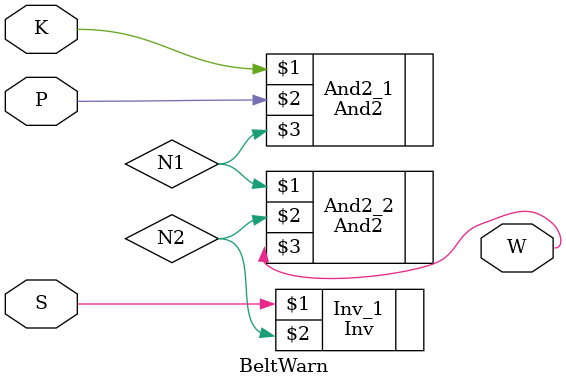
<source format=v>
`timescale  1ns / 1ns

module BeltWarn(K, P, S, W);

    input K, P, S;  
    output W;

    wire N1, N2;

    And2 And2_1(K, P, N1);
    Inv Inv_1(S, N2);
    And2 And2_2(N1, N2, W);

endmodule
</source>
